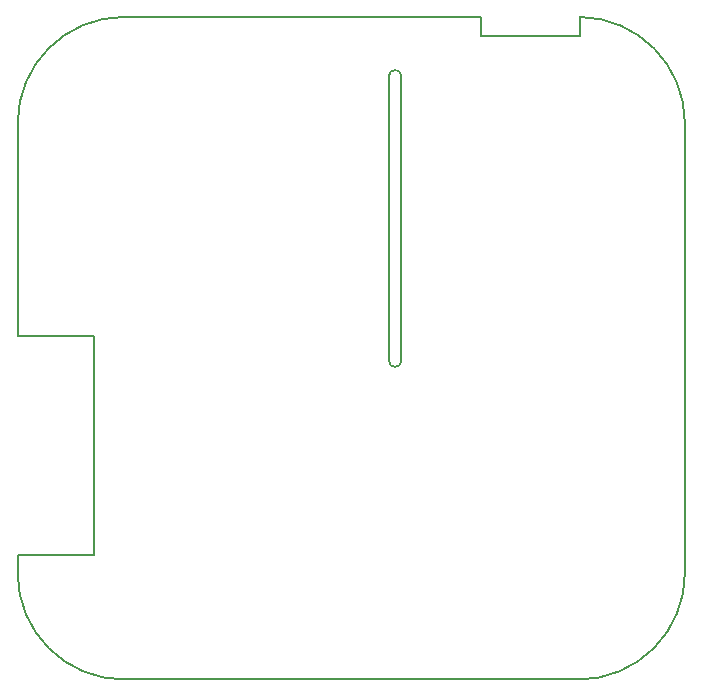
<source format=gbr>
G04 #@! TF.GenerationSoftware,KiCad,Pcbnew,(5.1.6)-1*
G04 #@! TF.CreationDate,2020-07-19T17:34:05+08:00*
G04 #@! TF.ProjectId,ESP32GW,45535033-3247-4572-9e6b-696361645f70,rev?*
G04 #@! TF.SameCoordinates,Original*
G04 #@! TF.FileFunction,Profile,NP*
%FSLAX46Y46*%
G04 Gerber Fmt 4.6, Leading zero omitted, Abs format (unit mm)*
G04 Created by KiCad (PCBNEW (5.1.6)-1) date 2020-07-19 17:34:05*
%MOMM*%
%LPD*%
G01*
G04 APERTURE LIST*
G04 #@! TA.AperFunction,Profile*
%ADD10C,0.150000*%
G04 #@! TD*
G04 #@! TA.AperFunction,Profile*
%ADD11C,0.200000*%
G04 #@! TD*
G04 APERTURE END LIST*
D10*
X114998500Y-115740180D02*
X121490740Y-115740180D01*
X114998500Y-79224480D02*
G75*
G02*
X124002800Y-70199862I9014459J10159D01*
G01*
X162593020Y-70200520D02*
X162595560Y-71854060D01*
X162595560Y-71854060D02*
X154221180Y-71854060D01*
X154221180Y-71854060D02*
X154221180Y-70200520D01*
D11*
X147482131Y-99334991D02*
G75*
G02*
X146431000Y-99321620I-525351J23531D01*
G01*
X147482131Y-99334991D02*
X147482560Y-75181460D01*
X146429960Y-75198503D02*
G75*
G02*
X147482560Y-75181460I526820J-23597D01*
G01*
X146429960Y-75198503D02*
X146431000Y-99321620D01*
D10*
X114998500Y-97180400D02*
X121490740Y-97180400D01*
X121490740Y-97180400D02*
X121490740Y-115740180D01*
X114998500Y-115740180D02*
X114998500Y-117295317D01*
X162593020Y-70200488D02*
G75*
G02*
X171500800Y-79207360I-106679J-9013831D01*
G01*
X171498260Y-117275002D02*
G75*
G02*
X162493960Y-126299620I-9014459J-10159D01*
G01*
X124023118Y-126299617D02*
G75*
G02*
X114998500Y-117295317I-10159J9014459D01*
G01*
X124020580Y-126299620D02*
X162491420Y-126299620D01*
X171500800Y-79207360D02*
X171498260Y-117275002D01*
X124002800Y-70199860D02*
X154221180Y-70200520D01*
X114998500Y-79224480D02*
X114998500Y-97180400D01*
M02*

</source>
